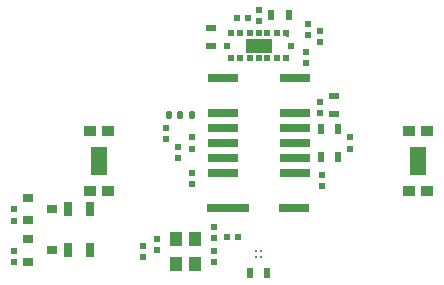
<source format=gbp>
G04 #@! TF.GenerationSoftware,KiCad,Pcbnew,6.0.0-d3dd2cf0fa~116~ubuntu20.04.1*
G04 #@! TF.CreationDate,2022-01-03T21:45:18+01:00*
G04 #@! TF.ProjectId,teebeutel_image_sensor,74656562-6575-4746-956c-5f696d616765,rev?*
G04 #@! TF.SameCoordinates,Original*
G04 #@! TF.FileFunction,Paste,Bot*
G04 #@! TF.FilePolarity,Positive*
%FSLAX46Y46*%
G04 Gerber Fmt 4.6, Leading zero omitted, Abs format (unit mm)*
G04 Created by KiCad (PCBNEW 6.0.0-d3dd2cf0fa~116~ubuntu20.04.1) date 2022-01-03 21:45:18*
%MOMM*%
%LPD*%
G01*
G04 APERTURE LIST*
G04 Aperture macros list*
%AMRoundRect*
0 Rectangle with rounded corners*
0 $1 Rounding radius*
0 $2 $3 $4 $5 $6 $7 $8 $9 X,Y pos of 4 corners*
0 Add a 4 corners polygon primitive as box body*
4,1,4,$2,$3,$4,$5,$6,$7,$8,$9,$2,$3,0*
0 Add four circle primitives for the rounded corners*
1,1,$1+$1,$2,$3*
1,1,$1+$1,$4,$5*
1,1,$1+$1,$6,$7*
1,1,$1+$1,$8,$9*
0 Add four rect primitives between the rounded corners*
20,1,$1+$1,$2,$3,$4,$5,0*
20,1,$1+$1,$4,$5,$6,$7,0*
20,1,$1+$1,$6,$7,$8,$9,0*
20,1,$1+$1,$8,$9,$2,$3,0*%
%AMHorizOval*
0 Thick line with rounded ends*
0 $1 width*
0 $2 $3 position (X,Y) of the first rounded end (center of the circle)*
0 $4 $5 position (X,Y) of the second rounded end (center of the circle)*
0 Add line between two ends*
20,1,$1,$2,$3,$4,$5,0*
0 Add two circle primitives to create the rounded ends*
1,1,$1,$2,$3*
1,1,$1,$4,$5*%
%AMFreePoly0*
4,1,7,0.250000,-0.360000,0.010000,-0.360000,0.010000,-0.250000,-0.250000,-0.250000,-0.250000,0.250000,0.250000,0.250000,0.250000,-0.360000,0.250000,-0.360000,$1*%
G04 Aperture macros list end*
%ADD10R,0.600000X0.500000*%
%ADD11R,0.600000X0.900000*%
%ADD12R,0.900000X0.600000*%
%ADD13RoundRect,0.147500X0.147500X0.172500X-0.147500X0.172500X-0.147500X-0.172500X0.147500X-0.172500X0*%
%ADD14R,0.500000X0.600000*%
%ADD15HorizOval,0.180000X-0.021213X-0.021213X0.021213X0.021213X0*%
%ADD16HorizOval,0.180000X-0.021213X0.021213X0.021213X-0.021213X0*%
%ADD17C,0.130000*%
%ADD18R,3.600000X0.800000*%
%ADD19R,2.600000X0.700000*%
%ADD20R,2.640000X0.800000*%
%ADD21FreePoly0,0.000000*%
%ADD22R,0.500000X0.500000*%
%ADD23R,2.316000X1.200000*%
%ADD24R,1.100000X1.300000*%
%ADD25R,1.100000X0.950000*%
%ADD26R,1.400000X2.400000*%
%ADD27R,0.900000X0.800000*%
%ADD28R,0.700000X1.300000*%
G04 APERTURE END LIST*
D10*
X91400000Y-99070000D03*
X91400000Y-98130000D03*
X96200000Y-98070000D03*
X96200000Y-97130000D03*
D11*
X100750000Y-101000000D03*
X99250000Y-101000000D03*
X105250000Y-88800000D03*
X106750000Y-88800000D03*
D12*
X96000000Y-81750000D03*
X96000000Y-80250000D03*
D11*
X105250000Y-91200000D03*
X106750000Y-91200000D03*
D10*
X100000000Y-79670000D03*
X100000000Y-78730000D03*
X105400000Y-92730000D03*
X105400000Y-93670000D03*
D11*
X101050000Y-79200000D03*
X102550000Y-79200000D03*
D12*
X106400000Y-87550000D03*
X106400000Y-86050000D03*
D13*
X94360000Y-87600000D03*
X93385000Y-87600000D03*
X92415000Y-87600000D03*
D10*
X90200000Y-98730000D03*
X90200000Y-99670000D03*
X92200000Y-89670000D03*
X92200000Y-88730000D03*
X94400000Y-93470000D03*
X94400000Y-92530000D03*
D14*
X99070000Y-79400000D03*
X98130000Y-79400000D03*
D10*
X105200000Y-81470000D03*
X105200000Y-80530000D03*
X93200000Y-90330000D03*
X93200000Y-91270000D03*
D14*
X97330000Y-98000000D03*
X98270000Y-98000000D03*
D10*
X104000000Y-83270000D03*
X104000000Y-82330000D03*
X104200000Y-79930000D03*
X104200000Y-80870000D03*
X94400000Y-90470000D03*
X94400000Y-89530000D03*
X107700000Y-89530000D03*
X107700000Y-90470000D03*
X96200000Y-99130000D03*
X96200000Y-100070000D03*
D15*
X99780000Y-99620000D03*
D16*
X100220000Y-99620000D03*
X99780000Y-99180000D03*
D15*
X100220000Y-99180000D03*
D17*
X99875000Y-98125000D03*
X100125000Y-98125000D03*
X99875000Y-97875000D03*
X100125000Y-97875000D03*
D18*
X97450000Y-95500000D03*
D19*
X96950000Y-92540000D03*
X96950000Y-91270000D03*
X96950000Y-90000000D03*
X96950000Y-88730000D03*
X96950000Y-87460000D03*
D20*
X96950000Y-84500000D03*
X103050000Y-84500000D03*
D19*
X103050000Y-87460000D03*
X103050000Y-88730000D03*
X103050000Y-90000000D03*
X103050000Y-91270000D03*
X103050000Y-92573000D03*
D20*
X103030000Y-95500000D03*
D21*
X102300000Y-80690000D03*
D22*
X101550000Y-80690000D03*
X100750000Y-80690000D03*
X100000000Y-80690000D03*
X99250000Y-80690000D03*
X98450000Y-80690000D03*
X97700000Y-80690000D03*
X102710000Y-81750000D03*
D23*
X100000000Y-81750000D03*
D22*
X97300000Y-81750000D03*
X102300000Y-82810000D03*
X101550000Y-82810000D03*
X100750000Y-82810000D03*
X100000000Y-82810000D03*
X99250000Y-82810000D03*
X98450000Y-82810000D03*
X97700000Y-82810000D03*
D24*
X92975000Y-100250000D03*
X92975000Y-98150000D03*
X94625000Y-98150000D03*
X94625000Y-100250000D03*
D10*
X105200000Y-87470000D03*
X105200000Y-86530000D03*
D25*
X87250000Y-94025000D03*
X85750000Y-88975000D03*
D26*
X86500000Y-91500000D03*
D25*
X85750000Y-94025000D03*
X87250000Y-88975000D03*
X114250000Y-94025000D03*
X112750000Y-88975000D03*
D26*
X113500000Y-91500000D03*
D25*
X112750000Y-94025000D03*
X114250000Y-88975000D03*
D27*
X80500000Y-100050000D03*
X80500000Y-98150000D03*
X82500000Y-99100000D03*
X80500000Y-96550000D03*
X80500000Y-94650000D03*
X82500000Y-95600000D03*
D10*
X79300000Y-100070000D03*
X79300000Y-99130000D03*
X79300000Y-96570000D03*
X79300000Y-95630000D03*
D28*
X85750000Y-99100000D03*
X83850000Y-99100000D03*
X85750000Y-95600000D03*
X83850000Y-95600000D03*
M02*

</source>
